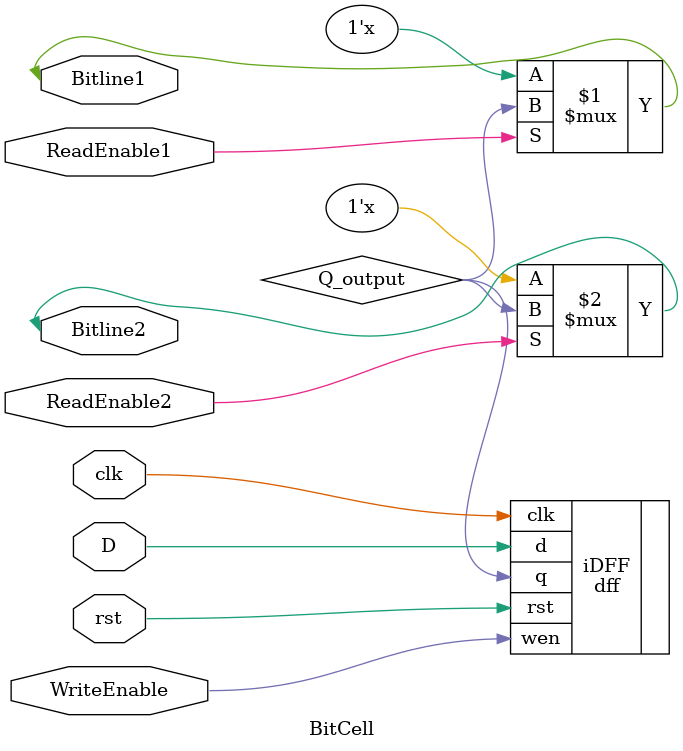
<source format=v>
`default_nettype none // Set the default as none to avoid errors

module BitCell(clk, rst, D, WriteEnable, ReadEnable1, ReadEnable2, Bitline1, Bitline2);
  
  input wire clk, rst;                 // system clock and active high synchronous reset inputs
  input wire D;                        // data input to the flop
  input wire WriteEnable;              // used to enable writing to a flop
  input wire ReadEnable1, ReadEnable2; // enables reads from a flop through two read paths
  inout wire Bitline1, Bitline2;       // read outputs of a flop driven by tristate driver

  ////////////////////////////////////////////////
  // Declare any internal signals as type wire //
  //////////////////////////////////////////////
  wire Q_output; // Output of the DFF.
  /////////////////////////////////////////////
  
  ///////////////////////////////////////////////////////
  // Implement BitCell as structural/dataflow verilog //
  /////////////////////////////////////////////////////
  // Instantiate the DFF comprising the BitCell.
  dff iDFF (.clk(clk), .rst(rst), .d(D), .q(Q_output), .wen(WriteEnable));

  // Read out on the first bitline when the first read enable is high.
  assign Bitline1 = (ReadEnable1) ? Q_output : 1'bz;
  
  // Read out on the second bitline when the second read enable is high.
  assign Bitline2 = (ReadEnable2) ? Q_output : 1'bz;
	
endmodule

`default_nettype wire  // Reset default behavior at the end
</source>
